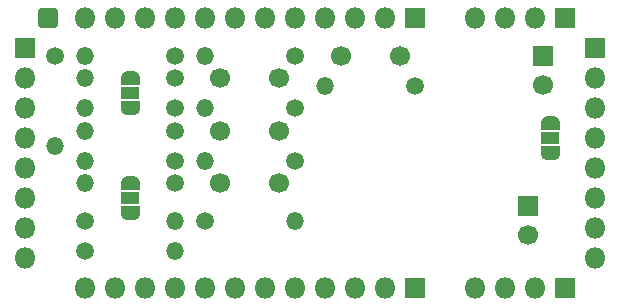
<source format=gbs>
G04 #@! TF.GenerationSoftware,KiCad,Pcbnew,(5.1.6-0-10_14)*
G04 #@! TF.CreationDate,2021-03-21T15:45:56+00:00*
G04 #@! TF.ProjectId,JuntetOnSteroidsTTGO,4a756e74-6574-44f6-9e53-7465726f6964,0.3*
G04 #@! TF.SameCoordinates,PX5faea10PY5734380*
G04 #@! TF.FileFunction,Soldermask,Bot*
G04 #@! TF.FilePolarity,Negative*
%FSLAX46Y46*%
G04 Gerber Fmt 4.6, Leading zero omitted, Abs format (unit mm)*
G04 Created by KiCad (PCBNEW (5.1.6-0-10_14)) date 2021-03-21 15:45:56*
%MOMM*%
%LPD*%
G01*
G04 APERTURE LIST*
%ADD10R,1.600000X1.100000*%
%ADD11C,0.100000*%
%ADD12R,1.800000X1.800000*%
%ADD13O,1.800000X1.800000*%
%ADD14O,1.500000X1.500000*%
%ADD15C,1.500000*%
%ADD16C,1.700000*%
%ADD17R,1.700000X1.700000*%
G04 APERTURE END LIST*
G04 #@! TO.C,TP1*
G36*
G01*
X4230000Y25450625D02*
X4230000Y26619375D01*
G75*
G02*
X4495625Y26885000I265625J0D01*
G01*
X5664375Y26885000D01*
G75*
G02*
X5930000Y26619375I0J-265625D01*
G01*
X5930000Y25450625D01*
G75*
G02*
X5664375Y25185000I-265625J0D01*
G01*
X4495625Y25185000D01*
G75*
G02*
X4230000Y25450625I0J265625D01*
G01*
G37*
G04 #@! TD*
D10*
G04 #@! TO.C,JP3*
X12065000Y19685000D03*
D11*
G36*
X12864398Y18378889D02*
G01*
X12864398Y18360466D01*
X12864157Y18355565D01*
X12859347Y18306734D01*
X12858627Y18301881D01*
X12849055Y18253756D01*
X12847863Y18248995D01*
X12833619Y18202040D01*
X12831966Y18197421D01*
X12813189Y18152088D01*
X12811091Y18147651D01*
X12787960Y18104378D01*
X12785438Y18100171D01*
X12758178Y18059372D01*
X12755254Y18055430D01*
X12724126Y18017501D01*
X12720831Y18013866D01*
X12686134Y17979169D01*
X12682499Y17975874D01*
X12644570Y17944746D01*
X12640628Y17941822D01*
X12599829Y17914562D01*
X12595622Y17912040D01*
X12552349Y17888909D01*
X12547912Y17886811D01*
X12502579Y17868034D01*
X12497960Y17866381D01*
X12451005Y17852137D01*
X12446244Y17850945D01*
X12398119Y17841373D01*
X12393266Y17840653D01*
X12344435Y17835843D01*
X12339534Y17835602D01*
X12321111Y17835602D01*
X12315000Y17835000D01*
X11815000Y17835000D01*
X11808889Y17835602D01*
X11790466Y17835602D01*
X11785565Y17835843D01*
X11736734Y17840653D01*
X11731881Y17841373D01*
X11683756Y17850945D01*
X11678995Y17852137D01*
X11632040Y17866381D01*
X11627421Y17868034D01*
X11582088Y17886811D01*
X11577651Y17888909D01*
X11534378Y17912040D01*
X11530171Y17914562D01*
X11489372Y17941822D01*
X11485430Y17944746D01*
X11447501Y17975874D01*
X11443866Y17979169D01*
X11409169Y18013866D01*
X11405874Y18017501D01*
X11374746Y18055430D01*
X11371822Y18059372D01*
X11344562Y18100171D01*
X11342040Y18104378D01*
X11318909Y18147651D01*
X11316811Y18152088D01*
X11298034Y18197421D01*
X11296381Y18202040D01*
X11282137Y18248995D01*
X11280945Y18253756D01*
X11271373Y18301881D01*
X11270653Y18306734D01*
X11265843Y18355565D01*
X11265602Y18360466D01*
X11265602Y18378889D01*
X11265000Y18385000D01*
X11265000Y18935000D01*
X11265961Y18944755D01*
X11268806Y18954134D01*
X11273427Y18962779D01*
X11279645Y18970355D01*
X11287221Y18976573D01*
X11295866Y18981194D01*
X11305245Y18984039D01*
X11315000Y18985000D01*
X12815000Y18985000D01*
X12824755Y18984039D01*
X12834134Y18981194D01*
X12842779Y18976573D01*
X12850355Y18970355D01*
X12856573Y18962779D01*
X12861194Y18954134D01*
X12864039Y18944755D01*
X12865000Y18935000D01*
X12865000Y18385000D01*
X12864398Y18378889D01*
G37*
G36*
X12864039Y20425245D02*
G01*
X12861194Y20415866D01*
X12856573Y20407221D01*
X12850355Y20399645D01*
X12842779Y20393427D01*
X12834134Y20388806D01*
X12824755Y20385961D01*
X12815000Y20385000D01*
X11315000Y20385000D01*
X11305245Y20385961D01*
X11295866Y20388806D01*
X11287221Y20393427D01*
X11279645Y20399645D01*
X11273427Y20407221D01*
X11268806Y20415866D01*
X11265961Y20425245D01*
X11265000Y20435000D01*
X11265000Y20985000D01*
X11265602Y20991111D01*
X11265602Y21009534D01*
X11265843Y21014435D01*
X11270653Y21063266D01*
X11271373Y21068119D01*
X11280945Y21116244D01*
X11282137Y21121005D01*
X11296381Y21167960D01*
X11298034Y21172579D01*
X11316811Y21217912D01*
X11318909Y21222349D01*
X11342040Y21265622D01*
X11344562Y21269829D01*
X11371822Y21310628D01*
X11374746Y21314570D01*
X11405874Y21352499D01*
X11409169Y21356134D01*
X11443866Y21390831D01*
X11447501Y21394126D01*
X11485430Y21425254D01*
X11489372Y21428178D01*
X11530171Y21455438D01*
X11534378Y21457960D01*
X11577651Y21481091D01*
X11582088Y21483189D01*
X11627421Y21501966D01*
X11632040Y21503619D01*
X11678995Y21517863D01*
X11683756Y21519055D01*
X11731881Y21528627D01*
X11736734Y21529347D01*
X11785565Y21534157D01*
X11790466Y21534398D01*
X11808889Y21534398D01*
X11815000Y21535000D01*
X12315000Y21535000D01*
X12321111Y21534398D01*
X12339534Y21534398D01*
X12344435Y21534157D01*
X12393266Y21529347D01*
X12398119Y21528627D01*
X12446244Y21519055D01*
X12451005Y21517863D01*
X12497960Y21503619D01*
X12502579Y21501966D01*
X12547912Y21483189D01*
X12552349Y21481091D01*
X12595622Y21457960D01*
X12599829Y21455438D01*
X12640628Y21428178D01*
X12644570Y21425254D01*
X12682499Y21394126D01*
X12686134Y21390831D01*
X12720831Y21356134D01*
X12724126Y21352499D01*
X12755254Y21314570D01*
X12758178Y21310628D01*
X12785438Y21269829D01*
X12787960Y21265622D01*
X12811091Y21222349D01*
X12813189Y21217912D01*
X12831966Y21172579D01*
X12833619Y21167960D01*
X12847863Y21121005D01*
X12849055Y21116244D01*
X12858627Y21068119D01*
X12859347Y21063266D01*
X12864157Y21014435D01*
X12864398Y21009534D01*
X12864398Y20991111D01*
X12865000Y20985000D01*
X12865000Y20435000D01*
X12864039Y20425245D01*
G37*
G04 #@! TD*
D12*
G04 #@! TO.C,J3*
X48895000Y26035000D03*
D13*
X46355000Y26035000D03*
X43815000Y26035000D03*
X41275000Y26035000D03*
G04 #@! TD*
G04 #@! TO.C,J6*
X41275000Y3175000D03*
X43815000Y3175000D03*
X46355000Y3175000D03*
D12*
X48895000Y3175000D03*
G04 #@! TD*
D14*
G04 #@! TO.C,R6*
X26035000Y8890000D03*
D15*
X18415000Y8890000D03*
G04 #@! TD*
D10*
G04 #@! TO.C,JP2*
X12065000Y10795000D03*
D11*
G36*
X12864398Y9488889D02*
G01*
X12864398Y9470466D01*
X12864157Y9465565D01*
X12859347Y9416734D01*
X12858627Y9411881D01*
X12849055Y9363756D01*
X12847863Y9358995D01*
X12833619Y9312040D01*
X12831966Y9307421D01*
X12813189Y9262088D01*
X12811091Y9257651D01*
X12787960Y9214378D01*
X12785438Y9210171D01*
X12758178Y9169372D01*
X12755254Y9165430D01*
X12724126Y9127501D01*
X12720831Y9123866D01*
X12686134Y9089169D01*
X12682499Y9085874D01*
X12644570Y9054746D01*
X12640628Y9051822D01*
X12599829Y9024562D01*
X12595622Y9022040D01*
X12552349Y8998909D01*
X12547912Y8996811D01*
X12502579Y8978034D01*
X12497960Y8976381D01*
X12451005Y8962137D01*
X12446244Y8960945D01*
X12398119Y8951373D01*
X12393266Y8950653D01*
X12344435Y8945843D01*
X12339534Y8945602D01*
X12321111Y8945602D01*
X12315000Y8945000D01*
X11815000Y8945000D01*
X11808889Y8945602D01*
X11790466Y8945602D01*
X11785565Y8945843D01*
X11736734Y8950653D01*
X11731881Y8951373D01*
X11683756Y8960945D01*
X11678995Y8962137D01*
X11632040Y8976381D01*
X11627421Y8978034D01*
X11582088Y8996811D01*
X11577651Y8998909D01*
X11534378Y9022040D01*
X11530171Y9024562D01*
X11489372Y9051822D01*
X11485430Y9054746D01*
X11447501Y9085874D01*
X11443866Y9089169D01*
X11409169Y9123866D01*
X11405874Y9127501D01*
X11374746Y9165430D01*
X11371822Y9169372D01*
X11344562Y9210171D01*
X11342040Y9214378D01*
X11318909Y9257651D01*
X11316811Y9262088D01*
X11298034Y9307421D01*
X11296381Y9312040D01*
X11282137Y9358995D01*
X11280945Y9363756D01*
X11271373Y9411881D01*
X11270653Y9416734D01*
X11265843Y9465565D01*
X11265602Y9470466D01*
X11265602Y9488889D01*
X11265000Y9495000D01*
X11265000Y10045000D01*
X11265961Y10054755D01*
X11268806Y10064134D01*
X11273427Y10072779D01*
X11279645Y10080355D01*
X11287221Y10086573D01*
X11295866Y10091194D01*
X11305245Y10094039D01*
X11315000Y10095000D01*
X12815000Y10095000D01*
X12824755Y10094039D01*
X12834134Y10091194D01*
X12842779Y10086573D01*
X12850355Y10080355D01*
X12856573Y10072779D01*
X12861194Y10064134D01*
X12864039Y10054755D01*
X12865000Y10045000D01*
X12865000Y9495000D01*
X12864398Y9488889D01*
G37*
G36*
X12864039Y11535245D02*
G01*
X12861194Y11525866D01*
X12856573Y11517221D01*
X12850355Y11509645D01*
X12842779Y11503427D01*
X12834134Y11498806D01*
X12824755Y11495961D01*
X12815000Y11495000D01*
X11315000Y11495000D01*
X11305245Y11495961D01*
X11295866Y11498806D01*
X11287221Y11503427D01*
X11279645Y11509645D01*
X11273427Y11517221D01*
X11268806Y11525866D01*
X11265961Y11535245D01*
X11265000Y11545000D01*
X11265000Y12095000D01*
X11265602Y12101111D01*
X11265602Y12119534D01*
X11265843Y12124435D01*
X11270653Y12173266D01*
X11271373Y12178119D01*
X11280945Y12226244D01*
X11282137Y12231005D01*
X11296381Y12277960D01*
X11298034Y12282579D01*
X11316811Y12327912D01*
X11318909Y12332349D01*
X11342040Y12375622D01*
X11344562Y12379829D01*
X11371822Y12420628D01*
X11374746Y12424570D01*
X11405874Y12462499D01*
X11409169Y12466134D01*
X11443866Y12500831D01*
X11447501Y12504126D01*
X11485430Y12535254D01*
X11489372Y12538178D01*
X11530171Y12565438D01*
X11534378Y12567960D01*
X11577651Y12591091D01*
X11582088Y12593189D01*
X11627421Y12611966D01*
X11632040Y12613619D01*
X11678995Y12627863D01*
X11683756Y12629055D01*
X11731881Y12638627D01*
X11736734Y12639347D01*
X11785565Y12644157D01*
X11790466Y12644398D01*
X11808889Y12644398D01*
X11815000Y12645000D01*
X12315000Y12645000D01*
X12321111Y12644398D01*
X12339534Y12644398D01*
X12344435Y12644157D01*
X12393266Y12639347D01*
X12398119Y12638627D01*
X12446244Y12629055D01*
X12451005Y12627863D01*
X12497960Y12613619D01*
X12502579Y12611966D01*
X12547912Y12593189D01*
X12552349Y12591091D01*
X12595622Y12567960D01*
X12599829Y12565438D01*
X12640628Y12538178D01*
X12644570Y12535254D01*
X12682499Y12504126D01*
X12686134Y12500831D01*
X12720831Y12466134D01*
X12724126Y12462499D01*
X12755254Y12424570D01*
X12758178Y12420628D01*
X12785438Y12379829D01*
X12787960Y12375622D01*
X12811091Y12332349D01*
X12813189Y12327912D01*
X12831966Y12282579D01*
X12833619Y12277960D01*
X12847863Y12231005D01*
X12849055Y12226244D01*
X12858627Y12178119D01*
X12859347Y12173266D01*
X12864157Y12124435D01*
X12864398Y12119534D01*
X12864398Y12101111D01*
X12865000Y12095000D01*
X12865000Y11545000D01*
X12864039Y11535245D01*
G37*
G04 #@! TD*
D10*
G04 #@! TO.C,JP1*
X47625000Y15875000D03*
D11*
G36*
X48424398Y14568889D02*
G01*
X48424398Y14550466D01*
X48424157Y14545565D01*
X48419347Y14496734D01*
X48418627Y14491881D01*
X48409055Y14443756D01*
X48407863Y14438995D01*
X48393619Y14392040D01*
X48391966Y14387421D01*
X48373189Y14342088D01*
X48371091Y14337651D01*
X48347960Y14294378D01*
X48345438Y14290171D01*
X48318178Y14249372D01*
X48315254Y14245430D01*
X48284126Y14207501D01*
X48280831Y14203866D01*
X48246134Y14169169D01*
X48242499Y14165874D01*
X48204570Y14134746D01*
X48200628Y14131822D01*
X48159829Y14104562D01*
X48155622Y14102040D01*
X48112349Y14078909D01*
X48107912Y14076811D01*
X48062579Y14058034D01*
X48057960Y14056381D01*
X48011005Y14042137D01*
X48006244Y14040945D01*
X47958119Y14031373D01*
X47953266Y14030653D01*
X47904435Y14025843D01*
X47899534Y14025602D01*
X47881111Y14025602D01*
X47875000Y14025000D01*
X47375000Y14025000D01*
X47368889Y14025602D01*
X47350466Y14025602D01*
X47345565Y14025843D01*
X47296734Y14030653D01*
X47291881Y14031373D01*
X47243756Y14040945D01*
X47238995Y14042137D01*
X47192040Y14056381D01*
X47187421Y14058034D01*
X47142088Y14076811D01*
X47137651Y14078909D01*
X47094378Y14102040D01*
X47090171Y14104562D01*
X47049372Y14131822D01*
X47045430Y14134746D01*
X47007501Y14165874D01*
X47003866Y14169169D01*
X46969169Y14203866D01*
X46965874Y14207501D01*
X46934746Y14245430D01*
X46931822Y14249372D01*
X46904562Y14290171D01*
X46902040Y14294378D01*
X46878909Y14337651D01*
X46876811Y14342088D01*
X46858034Y14387421D01*
X46856381Y14392040D01*
X46842137Y14438995D01*
X46840945Y14443756D01*
X46831373Y14491881D01*
X46830653Y14496734D01*
X46825843Y14545565D01*
X46825602Y14550466D01*
X46825602Y14568889D01*
X46825000Y14575000D01*
X46825000Y15125000D01*
X46825961Y15134755D01*
X46828806Y15144134D01*
X46833427Y15152779D01*
X46839645Y15160355D01*
X46847221Y15166573D01*
X46855866Y15171194D01*
X46865245Y15174039D01*
X46875000Y15175000D01*
X48375000Y15175000D01*
X48384755Y15174039D01*
X48394134Y15171194D01*
X48402779Y15166573D01*
X48410355Y15160355D01*
X48416573Y15152779D01*
X48421194Y15144134D01*
X48424039Y15134755D01*
X48425000Y15125000D01*
X48425000Y14575000D01*
X48424398Y14568889D01*
G37*
G36*
X48424039Y16615245D02*
G01*
X48421194Y16605866D01*
X48416573Y16597221D01*
X48410355Y16589645D01*
X48402779Y16583427D01*
X48394134Y16578806D01*
X48384755Y16575961D01*
X48375000Y16575000D01*
X46875000Y16575000D01*
X46865245Y16575961D01*
X46855866Y16578806D01*
X46847221Y16583427D01*
X46839645Y16589645D01*
X46833427Y16597221D01*
X46828806Y16605866D01*
X46825961Y16615245D01*
X46825000Y16625000D01*
X46825000Y17175000D01*
X46825602Y17181111D01*
X46825602Y17199534D01*
X46825843Y17204435D01*
X46830653Y17253266D01*
X46831373Y17258119D01*
X46840945Y17306244D01*
X46842137Y17311005D01*
X46856381Y17357960D01*
X46858034Y17362579D01*
X46876811Y17407912D01*
X46878909Y17412349D01*
X46902040Y17455622D01*
X46904562Y17459829D01*
X46931822Y17500628D01*
X46934746Y17504570D01*
X46965874Y17542499D01*
X46969169Y17546134D01*
X47003866Y17580831D01*
X47007501Y17584126D01*
X47045430Y17615254D01*
X47049372Y17618178D01*
X47090171Y17645438D01*
X47094378Y17647960D01*
X47137651Y17671091D01*
X47142088Y17673189D01*
X47187421Y17691966D01*
X47192040Y17693619D01*
X47238995Y17707863D01*
X47243756Y17709055D01*
X47291881Y17718627D01*
X47296734Y17719347D01*
X47345565Y17724157D01*
X47350466Y17724398D01*
X47368889Y17724398D01*
X47375000Y17725000D01*
X47875000Y17725000D01*
X47881111Y17724398D01*
X47899534Y17724398D01*
X47904435Y17724157D01*
X47953266Y17719347D01*
X47958119Y17718627D01*
X48006244Y17709055D01*
X48011005Y17707863D01*
X48057960Y17693619D01*
X48062579Y17691966D01*
X48107912Y17673189D01*
X48112349Y17671091D01*
X48155622Y17647960D01*
X48159829Y17645438D01*
X48200628Y17618178D01*
X48204570Y17615254D01*
X48242499Y17584126D01*
X48246134Y17580831D01*
X48280831Y17546134D01*
X48284126Y17542499D01*
X48315254Y17504570D01*
X48318178Y17500628D01*
X48345438Y17459829D01*
X48347960Y17455622D01*
X48371091Y17412349D01*
X48373189Y17407912D01*
X48391966Y17362579D01*
X48393619Y17357960D01*
X48407863Y17311005D01*
X48409055Y17306244D01*
X48418627Y17258119D01*
X48419347Y17253266D01*
X48424157Y17204435D01*
X48424398Y17199534D01*
X48424398Y17181111D01*
X48425000Y17175000D01*
X48425000Y16625000D01*
X48424039Y16615245D01*
G37*
G04 #@! TD*
D16*
G04 #@! TO.C,C31*
X24685000Y12065000D03*
X19685000Y12065000D03*
G04 #@! TD*
G04 #@! TO.C,C21*
X24685000Y16510000D03*
X19685000Y16510000D03*
G04 #@! TD*
G04 #@! TO.C,C11*
X24685000Y20955000D03*
X19685000Y20955000D03*
G04 #@! TD*
G04 #@! TO.C,C3*
X29925000Y22860000D03*
X34925000Y22860000D03*
G04 #@! TD*
D14*
G04 #@! TO.C,R51*
X15875000Y6350000D03*
D15*
X8255000Y6350000D03*
G04 #@! TD*
D14*
G04 #@! TO.C,R41*
X15875000Y8890000D03*
D15*
X8255000Y8890000D03*
G04 #@! TD*
D14*
G04 #@! TO.C,R33*
X18415000Y13970000D03*
D15*
X26035000Y13970000D03*
G04 #@! TD*
D14*
G04 #@! TO.C,R32*
X8255000Y12065000D03*
D15*
X15875000Y12065000D03*
G04 #@! TD*
D14*
G04 #@! TO.C,R31*
X8255000Y13970000D03*
D15*
X15875000Y13970000D03*
G04 #@! TD*
D14*
G04 #@! TO.C,R23*
X18415000Y18415000D03*
D15*
X26035000Y18415000D03*
G04 #@! TD*
D14*
G04 #@! TO.C,R22*
X8255000Y16510000D03*
D15*
X15875000Y16510000D03*
G04 #@! TD*
D14*
G04 #@! TO.C,R21*
X8255000Y18415000D03*
D15*
X15875000Y18415000D03*
G04 #@! TD*
D14*
G04 #@! TO.C,R13*
X18415000Y22860000D03*
D15*
X26035000Y22860000D03*
G04 #@! TD*
D14*
G04 #@! TO.C,R12*
X8255000Y20955000D03*
D15*
X15875000Y20955000D03*
G04 #@! TD*
D14*
G04 #@! TO.C,R11*
X8255000Y22860000D03*
D15*
X15875000Y22860000D03*
G04 #@! TD*
D14*
G04 #@! TO.C,R34*
X5715000Y15240000D03*
D15*
X5715000Y22860000D03*
G04 #@! TD*
D14*
G04 #@! TO.C,R1*
X28575000Y20320000D03*
D15*
X36195000Y20320000D03*
G04 #@! TD*
D13*
G04 #@! TO.C,J5*
X8255000Y3175000D03*
X10795000Y3175000D03*
X13335000Y3175000D03*
X15875000Y3175000D03*
X18415000Y3175000D03*
X20955000Y3175000D03*
X23495000Y3175000D03*
X26035000Y3175000D03*
X28575000Y3175000D03*
X31115000Y3175000D03*
X33655000Y3175000D03*
D12*
X36195000Y3175000D03*
G04 #@! TD*
D13*
G04 #@! TO.C,J4*
X8255000Y26035000D03*
X10795000Y26035000D03*
X13335000Y26035000D03*
X15875000Y26035000D03*
X18415000Y26035000D03*
X20955000Y26035000D03*
X23495000Y26035000D03*
X26035000Y26035000D03*
X28575000Y26035000D03*
X31115000Y26035000D03*
X33655000Y26035000D03*
D12*
X36195000Y26035000D03*
G04 #@! TD*
D13*
G04 #@! TO.C,J2*
X51435000Y5715000D03*
X51435000Y8255000D03*
X51435000Y10795000D03*
X51435000Y13335000D03*
X51435000Y15875000D03*
X51435000Y18415000D03*
X51435000Y20955000D03*
D12*
X51435000Y23495000D03*
G04 #@! TD*
D13*
G04 #@! TO.C,J1*
X3175000Y5715000D03*
X3175000Y8255000D03*
X3175000Y10795000D03*
X3175000Y13335000D03*
X3175000Y15875000D03*
X3175000Y18415000D03*
X3175000Y20955000D03*
D12*
X3175000Y23495000D03*
G04 #@! TD*
D16*
G04 #@! TO.C,C2*
X45720000Y7660000D03*
D17*
X45720000Y10160000D03*
G04 #@! TD*
D16*
G04 #@! TO.C,C1*
X46990000Y20360000D03*
D17*
X46990000Y22860000D03*
G04 #@! TD*
M02*

</source>
